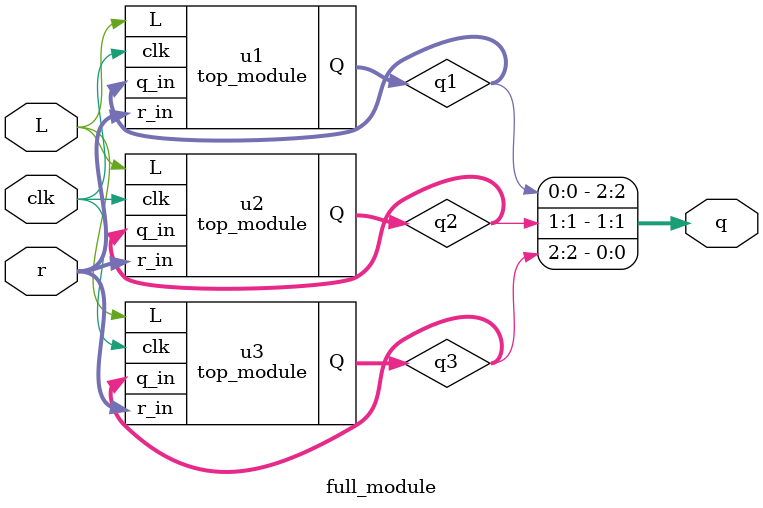
<source format=sv>
module top_module(
    input clk,
    input L,
    input [2:0] q_in,
    input [2:0] r_in,
    output reg [2:0] Q
);

always @(posedge clk) begin
    if (L) begin
        Q <= r_in;
    end else begin
        Q <= {Q[1] ^ Q[2], Q[0], Q[2]};
    end
end

endmodule
module full_module (
    input [2:0] r,
    input L,
    input clk,
    output reg [2:0] q
);

wire [2:0] q1, q2, q3;

top_module u1 (
    .clk(clk),
    .L(L),
    .q_in(q1),
    .r_in(r),
    .Q(q1)
);

top_module u2 (
    .clk(clk),
    .L(L),
    .q_in(q2),
    .r_in(r),
    .Q(q2)
);

top_module u3 (
    .clk(clk),
    .L(L),
    .q_in(q3),
    .r_in(r),
    .Q(q3)
);

always @(*) begin
    q = {q1[0], q2[1], q3[2]};
end

endmodule

</source>
